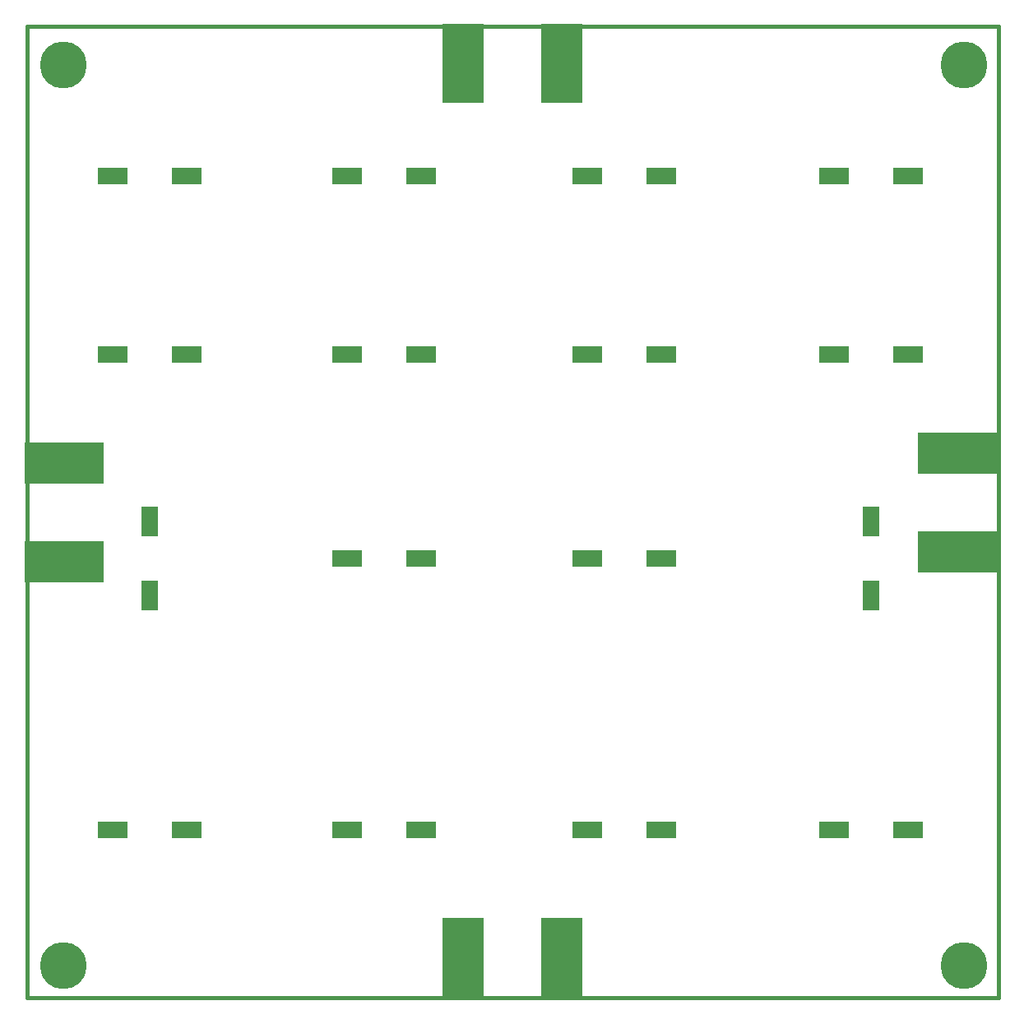
<source format=gbs>
G04 (created by PCBNEW-RS274X (2011-nov-30)-testing) date Tue 21 Aug 2012 11:55:51 AM EDT*
%MOIN*%
G04 Gerber Fmt 3.4, Leading zero omitted, Abs format*
%FSLAX34Y34*%
G01*
G70*
G90*
G04 APERTURE LIST*
%ADD10C,0.006*%
%ADD11C,0.015*%
%ADD12R,0.07X0.12*%
%ADD13R,0.12X0.07*%
%ADD14C,0.19*%
%ADD15R,0.32X0.17*%
%ADD16R,0.17X0.32*%
G04 APERTURE END LIST*
G54D10*
G54D11*
X24Y-53D02*
X24Y39317D01*
X39394Y-53D02*
X24Y-53D01*
X39394Y39317D02*
X39394Y-53D01*
X24Y39317D02*
X39394Y39317D01*
G54D12*
X5000Y19250D03*
X5000Y16250D03*
G54D13*
X6500Y6750D03*
X3500Y6750D03*
X35750Y6750D03*
X32750Y6750D03*
X25750Y26000D03*
X22750Y26000D03*
G54D14*
X1500Y1250D03*
X38000Y1250D03*
X38000Y37750D03*
X1500Y37750D03*
G54D13*
X35750Y26000D03*
X32750Y26000D03*
X16000Y17750D03*
X13000Y17750D03*
X25750Y17750D03*
X22750Y17750D03*
X6500Y33250D03*
X3500Y33250D03*
X25750Y33250D03*
X22750Y33250D03*
X16000Y33250D03*
X13000Y33250D03*
X35750Y33250D03*
X32750Y33250D03*
X16000Y6750D03*
X13000Y6750D03*
G54D15*
X37744Y22026D03*
X37744Y18026D03*
G54D16*
X21709Y1596D03*
X17709Y1596D03*
X21709Y37817D03*
X17709Y37817D03*
G54D15*
X1524Y21632D03*
X1524Y17632D03*
G54D13*
X25750Y6750D03*
X22750Y6750D03*
G54D12*
X34250Y19250D03*
X34250Y16250D03*
G54D13*
X6500Y26000D03*
X3500Y26000D03*
X16000Y26000D03*
X13000Y26000D03*
M02*

</source>
